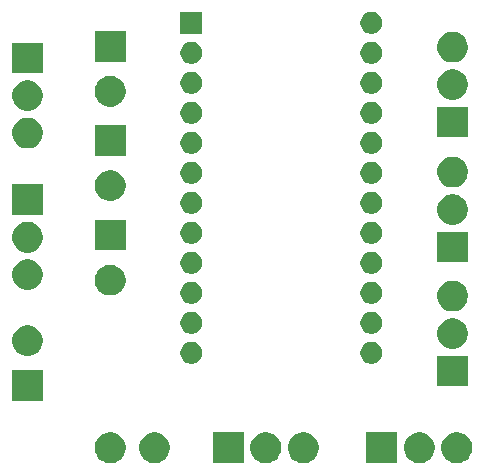
<source format=gts>
G04 #@! TF.GenerationSoftware,KiCad,Pcbnew,(5.1.5-0-10_14)*
G04 #@! TF.CreationDate,2020-03-07T15:10:29+01:00*
G04 #@! TF.ProjectId,pro_micro_shield,70726f5f-6d69-4637-926f-5f736869656c,rev?*
G04 #@! TF.SameCoordinates,Original*
G04 #@! TF.FileFunction,Soldermask,Top*
G04 #@! TF.FilePolarity,Negative*
%FSLAX46Y46*%
G04 Gerber Fmt 4.6, Leading zero omitted, Abs format (unit mm)*
G04 Created by KiCad (PCBNEW (5.1.5-0-10_14)) date 2020-03-07 15:10:29*
%MOMM*%
%LPD*%
G04 APERTURE LIST*
%ADD10C,0.100000*%
G04 APERTURE END LIST*
D10*
G36*
X189729393Y-107749304D02*
G01*
X189966101Y-107847352D01*
X189966103Y-107847353D01*
X190179135Y-107989696D01*
X190360304Y-108170865D01*
X190502647Y-108383897D01*
X190502648Y-108383899D01*
X190600696Y-108620607D01*
X190650680Y-108871893D01*
X190650680Y-109128107D01*
X190600696Y-109379393D01*
X190502648Y-109616101D01*
X190502647Y-109616103D01*
X190360304Y-109829135D01*
X190179135Y-110010304D01*
X189966103Y-110152647D01*
X189966102Y-110152648D01*
X189966101Y-110152648D01*
X189729393Y-110250696D01*
X189478107Y-110300680D01*
X189221893Y-110300680D01*
X188970607Y-110250696D01*
X188733899Y-110152648D01*
X188733898Y-110152648D01*
X188733897Y-110152647D01*
X188520865Y-110010304D01*
X188339696Y-109829135D01*
X188197353Y-109616103D01*
X188197352Y-109616101D01*
X188099304Y-109379393D01*
X188049320Y-109128107D01*
X188049320Y-108871893D01*
X188099304Y-108620607D01*
X188197352Y-108383899D01*
X188197353Y-108383897D01*
X188339696Y-108170865D01*
X188520865Y-107989696D01*
X188733897Y-107847353D01*
X188733899Y-107847352D01*
X188970607Y-107749304D01*
X189221893Y-107699320D01*
X189478107Y-107699320D01*
X189729393Y-107749304D01*
G37*
G36*
X186554393Y-107749304D02*
G01*
X186791101Y-107847352D01*
X186791103Y-107847353D01*
X187004135Y-107989696D01*
X187185304Y-108170865D01*
X187327647Y-108383897D01*
X187327648Y-108383899D01*
X187425696Y-108620607D01*
X187475680Y-108871893D01*
X187475680Y-109128107D01*
X187425696Y-109379393D01*
X187327648Y-109616101D01*
X187327647Y-109616103D01*
X187185304Y-109829135D01*
X187004135Y-110010304D01*
X186791103Y-110152647D01*
X186791102Y-110152648D01*
X186791101Y-110152648D01*
X186554393Y-110250696D01*
X186303107Y-110300680D01*
X186046893Y-110300680D01*
X185795607Y-110250696D01*
X185558899Y-110152648D01*
X185558898Y-110152648D01*
X185558897Y-110152647D01*
X185345865Y-110010304D01*
X185164696Y-109829135D01*
X185022353Y-109616103D01*
X185022352Y-109616101D01*
X184924304Y-109379393D01*
X184874320Y-109128107D01*
X184874320Y-108871893D01*
X184924304Y-108620607D01*
X185022352Y-108383899D01*
X185022353Y-108383897D01*
X185164696Y-108170865D01*
X185345865Y-107989696D01*
X185558897Y-107847353D01*
X185558899Y-107847352D01*
X185795607Y-107749304D01*
X186046893Y-107699320D01*
X186303107Y-107699320D01*
X186554393Y-107749304D01*
G37*
G36*
X184300680Y-110300680D02*
G01*
X181699320Y-110300680D01*
X181699320Y-107699320D01*
X184300680Y-107699320D01*
X184300680Y-110300680D01*
G37*
G36*
X176729393Y-107749304D02*
G01*
X176966101Y-107847352D01*
X176966103Y-107847353D01*
X177179135Y-107989696D01*
X177360304Y-108170865D01*
X177502647Y-108383897D01*
X177502648Y-108383899D01*
X177600696Y-108620607D01*
X177650680Y-108871893D01*
X177650680Y-109128107D01*
X177600696Y-109379393D01*
X177502648Y-109616101D01*
X177502647Y-109616103D01*
X177360304Y-109829135D01*
X177179135Y-110010304D01*
X176966103Y-110152647D01*
X176966102Y-110152648D01*
X176966101Y-110152648D01*
X176729393Y-110250696D01*
X176478107Y-110300680D01*
X176221893Y-110300680D01*
X175970607Y-110250696D01*
X175733899Y-110152648D01*
X175733898Y-110152648D01*
X175733897Y-110152647D01*
X175520865Y-110010304D01*
X175339696Y-109829135D01*
X175197353Y-109616103D01*
X175197352Y-109616101D01*
X175099304Y-109379393D01*
X175049320Y-109128107D01*
X175049320Y-108871893D01*
X175099304Y-108620607D01*
X175197352Y-108383899D01*
X175197353Y-108383897D01*
X175339696Y-108170865D01*
X175520865Y-107989696D01*
X175733897Y-107847353D01*
X175733899Y-107847352D01*
X175970607Y-107749304D01*
X176221893Y-107699320D01*
X176478107Y-107699320D01*
X176729393Y-107749304D01*
G37*
G36*
X173554393Y-107749304D02*
G01*
X173791101Y-107847352D01*
X173791103Y-107847353D01*
X174004135Y-107989696D01*
X174185304Y-108170865D01*
X174327647Y-108383897D01*
X174327648Y-108383899D01*
X174425696Y-108620607D01*
X174475680Y-108871893D01*
X174475680Y-109128107D01*
X174425696Y-109379393D01*
X174327648Y-109616101D01*
X174327647Y-109616103D01*
X174185304Y-109829135D01*
X174004135Y-110010304D01*
X173791103Y-110152647D01*
X173791102Y-110152648D01*
X173791101Y-110152648D01*
X173554393Y-110250696D01*
X173303107Y-110300680D01*
X173046893Y-110300680D01*
X172795607Y-110250696D01*
X172558899Y-110152648D01*
X172558898Y-110152648D01*
X172558897Y-110152647D01*
X172345865Y-110010304D01*
X172164696Y-109829135D01*
X172022353Y-109616103D01*
X172022352Y-109616101D01*
X171924304Y-109379393D01*
X171874320Y-109128107D01*
X171874320Y-108871893D01*
X171924304Y-108620607D01*
X172022352Y-108383899D01*
X172022353Y-108383897D01*
X172164696Y-108170865D01*
X172345865Y-107989696D01*
X172558897Y-107847353D01*
X172558899Y-107847352D01*
X172795607Y-107749304D01*
X173046893Y-107699320D01*
X173303107Y-107699320D01*
X173554393Y-107749304D01*
G37*
G36*
X171300680Y-110300680D02*
G01*
X168699320Y-110300680D01*
X168699320Y-107699320D01*
X171300680Y-107699320D01*
X171300680Y-110300680D01*
G37*
G36*
X164129393Y-107749304D02*
G01*
X164366101Y-107847352D01*
X164366103Y-107847353D01*
X164579135Y-107989696D01*
X164760304Y-108170865D01*
X164902647Y-108383897D01*
X164902648Y-108383899D01*
X165000696Y-108620607D01*
X165050680Y-108871893D01*
X165050680Y-109128107D01*
X165000696Y-109379393D01*
X164902648Y-109616101D01*
X164902647Y-109616103D01*
X164760304Y-109829135D01*
X164579135Y-110010304D01*
X164366103Y-110152647D01*
X164366102Y-110152648D01*
X164366101Y-110152648D01*
X164129393Y-110250696D01*
X163878107Y-110300680D01*
X163621893Y-110300680D01*
X163370607Y-110250696D01*
X163133899Y-110152648D01*
X163133898Y-110152648D01*
X163133897Y-110152647D01*
X162920865Y-110010304D01*
X162739696Y-109829135D01*
X162597353Y-109616103D01*
X162597352Y-109616101D01*
X162499304Y-109379393D01*
X162449320Y-109128107D01*
X162449320Y-108871893D01*
X162499304Y-108620607D01*
X162597352Y-108383899D01*
X162597353Y-108383897D01*
X162739696Y-108170865D01*
X162920865Y-107989696D01*
X163133897Y-107847353D01*
X163133899Y-107847352D01*
X163370607Y-107749304D01*
X163621893Y-107699320D01*
X163878107Y-107699320D01*
X164129393Y-107749304D01*
G37*
G36*
X160379393Y-107749304D02*
G01*
X160616101Y-107847352D01*
X160616103Y-107847353D01*
X160829135Y-107989696D01*
X161010304Y-108170865D01*
X161152647Y-108383897D01*
X161152648Y-108383899D01*
X161250696Y-108620607D01*
X161300680Y-108871893D01*
X161300680Y-109128107D01*
X161250696Y-109379393D01*
X161152648Y-109616101D01*
X161152647Y-109616103D01*
X161010304Y-109829135D01*
X160829135Y-110010304D01*
X160616103Y-110152647D01*
X160616102Y-110152648D01*
X160616101Y-110152648D01*
X160379393Y-110250696D01*
X160128107Y-110300680D01*
X159871893Y-110300680D01*
X159620607Y-110250696D01*
X159383899Y-110152648D01*
X159383898Y-110152648D01*
X159383897Y-110152647D01*
X159170865Y-110010304D01*
X158989696Y-109829135D01*
X158847353Y-109616103D01*
X158847352Y-109616101D01*
X158749304Y-109379393D01*
X158699320Y-109128107D01*
X158699320Y-108871893D01*
X158749304Y-108620607D01*
X158847352Y-108383899D01*
X158847353Y-108383897D01*
X158989696Y-108170865D01*
X159170865Y-107989696D01*
X159383897Y-107847353D01*
X159383899Y-107847352D01*
X159620607Y-107749304D01*
X159871893Y-107699320D01*
X160128107Y-107699320D01*
X160379393Y-107749304D01*
G37*
G36*
X154300680Y-105050680D02*
G01*
X151699320Y-105050680D01*
X151699320Y-102449320D01*
X154300680Y-102449320D01*
X154300680Y-105050680D01*
G37*
G36*
X190300680Y-103800680D02*
G01*
X187699320Y-103800680D01*
X187699320Y-101199320D01*
X190300680Y-101199320D01*
X190300680Y-103800680D01*
G37*
G36*
X182390483Y-100078335D02*
G01*
X182559240Y-100148236D01*
X182711118Y-100249718D01*
X182840282Y-100378882D01*
X182941764Y-100530760D01*
X183011665Y-100699517D01*
X183047300Y-100878668D01*
X183047300Y-101061332D01*
X183011665Y-101240483D01*
X182941764Y-101409240D01*
X182840282Y-101561118D01*
X182711118Y-101690282D01*
X182559240Y-101791764D01*
X182390483Y-101861665D01*
X182211332Y-101897300D01*
X182028668Y-101897300D01*
X181849517Y-101861665D01*
X181680760Y-101791764D01*
X181528882Y-101690282D01*
X181399718Y-101561118D01*
X181298236Y-101409240D01*
X181228335Y-101240483D01*
X181192700Y-101061332D01*
X181192700Y-100878668D01*
X181228335Y-100699517D01*
X181298236Y-100530760D01*
X181399718Y-100378882D01*
X181528882Y-100249718D01*
X181680760Y-100148236D01*
X181849517Y-100078335D01*
X182028668Y-100042700D01*
X182211332Y-100042700D01*
X182390483Y-100078335D01*
G37*
G36*
X167150483Y-100078335D02*
G01*
X167319240Y-100148236D01*
X167471118Y-100249718D01*
X167600282Y-100378882D01*
X167701764Y-100530760D01*
X167771665Y-100699517D01*
X167807300Y-100878668D01*
X167807300Y-101061332D01*
X167771665Y-101240483D01*
X167701764Y-101409240D01*
X167600282Y-101561118D01*
X167471118Y-101690282D01*
X167319240Y-101791764D01*
X167150483Y-101861665D01*
X166971332Y-101897300D01*
X166788668Y-101897300D01*
X166609517Y-101861665D01*
X166440760Y-101791764D01*
X166288882Y-101690282D01*
X166159718Y-101561118D01*
X166058236Y-101409240D01*
X165988335Y-101240483D01*
X165952700Y-101061332D01*
X165952700Y-100878668D01*
X165988335Y-100699517D01*
X166058236Y-100530760D01*
X166159718Y-100378882D01*
X166288882Y-100249718D01*
X166440760Y-100148236D01*
X166609517Y-100078335D01*
X166788668Y-100042700D01*
X166971332Y-100042700D01*
X167150483Y-100078335D01*
G37*
G36*
X153379393Y-98689304D02*
G01*
X153616101Y-98787352D01*
X153616103Y-98787353D01*
X153829135Y-98929696D01*
X154010304Y-99110865D01*
X154152647Y-99323897D01*
X154152648Y-99323899D01*
X154250696Y-99560607D01*
X154300680Y-99811893D01*
X154300680Y-100068107D01*
X154250696Y-100319393D01*
X154152648Y-100556101D01*
X154152647Y-100556103D01*
X154010304Y-100769135D01*
X153829135Y-100950304D01*
X153616103Y-101092647D01*
X153616102Y-101092648D01*
X153616101Y-101092648D01*
X153379393Y-101190696D01*
X153128107Y-101240680D01*
X152871893Y-101240680D01*
X152620607Y-101190696D01*
X152383899Y-101092648D01*
X152383898Y-101092648D01*
X152383897Y-101092647D01*
X152170865Y-100950304D01*
X151989696Y-100769135D01*
X151847353Y-100556103D01*
X151847352Y-100556101D01*
X151749304Y-100319393D01*
X151699320Y-100068107D01*
X151699320Y-99811893D01*
X151749304Y-99560607D01*
X151847352Y-99323899D01*
X151847353Y-99323897D01*
X151989696Y-99110865D01*
X152170865Y-98929696D01*
X152383897Y-98787353D01*
X152383899Y-98787352D01*
X152620607Y-98689304D01*
X152871893Y-98639320D01*
X153128107Y-98639320D01*
X153379393Y-98689304D01*
G37*
G36*
X189379393Y-98074304D02*
G01*
X189616101Y-98172352D01*
X189616103Y-98172353D01*
X189829135Y-98314696D01*
X190010304Y-98495865D01*
X190027320Y-98521332D01*
X190152648Y-98708899D01*
X190250696Y-98945607D01*
X190300680Y-99196893D01*
X190300680Y-99453107D01*
X190250696Y-99704393D01*
X190206167Y-99811894D01*
X190152647Y-99941103D01*
X190010304Y-100154135D01*
X189829135Y-100335304D01*
X189616103Y-100477647D01*
X189616102Y-100477648D01*
X189616101Y-100477648D01*
X189379393Y-100575696D01*
X189128107Y-100625680D01*
X188871893Y-100625680D01*
X188620607Y-100575696D01*
X188383899Y-100477648D01*
X188383898Y-100477648D01*
X188383897Y-100477647D01*
X188170865Y-100335304D01*
X187989696Y-100154135D01*
X187847353Y-99941103D01*
X187793833Y-99811894D01*
X187749304Y-99704393D01*
X187699320Y-99453107D01*
X187699320Y-99196893D01*
X187749304Y-98945607D01*
X187847352Y-98708899D01*
X187972680Y-98521332D01*
X187989696Y-98495865D01*
X188170865Y-98314696D01*
X188383897Y-98172353D01*
X188383899Y-98172352D01*
X188620607Y-98074304D01*
X188871893Y-98024320D01*
X189128107Y-98024320D01*
X189379393Y-98074304D01*
G37*
G36*
X167150483Y-97538335D02*
G01*
X167319240Y-97608236D01*
X167471118Y-97709718D01*
X167600282Y-97838882D01*
X167701764Y-97990760D01*
X167771665Y-98159517D01*
X167807300Y-98338668D01*
X167807300Y-98521332D01*
X167771665Y-98700483D01*
X167701764Y-98869240D01*
X167600282Y-99021118D01*
X167471118Y-99150282D01*
X167319240Y-99251764D01*
X167150483Y-99321665D01*
X166971332Y-99357300D01*
X166788668Y-99357300D01*
X166609517Y-99321665D01*
X166440760Y-99251764D01*
X166288882Y-99150282D01*
X166159718Y-99021118D01*
X166058236Y-98869240D01*
X165988335Y-98700483D01*
X165952700Y-98521332D01*
X165952700Y-98338668D01*
X165988335Y-98159517D01*
X166058236Y-97990760D01*
X166159718Y-97838882D01*
X166288882Y-97709718D01*
X166440760Y-97608236D01*
X166609517Y-97538335D01*
X166788668Y-97502700D01*
X166971332Y-97502700D01*
X167150483Y-97538335D01*
G37*
G36*
X182390483Y-97538335D02*
G01*
X182559240Y-97608236D01*
X182711118Y-97709718D01*
X182840282Y-97838882D01*
X182941764Y-97990760D01*
X183011665Y-98159517D01*
X183047300Y-98338668D01*
X183047300Y-98521332D01*
X183011665Y-98700483D01*
X182941764Y-98869240D01*
X182840282Y-99021118D01*
X182711118Y-99150282D01*
X182559240Y-99251764D01*
X182390483Y-99321665D01*
X182211332Y-99357300D01*
X182028668Y-99357300D01*
X181849517Y-99321665D01*
X181680760Y-99251764D01*
X181528882Y-99150282D01*
X181399718Y-99021118D01*
X181298236Y-98869240D01*
X181228335Y-98700483D01*
X181192700Y-98521332D01*
X181192700Y-98338668D01*
X181228335Y-98159517D01*
X181298236Y-97990760D01*
X181399718Y-97838882D01*
X181528882Y-97709718D01*
X181680760Y-97608236D01*
X181849517Y-97538335D01*
X182028668Y-97502700D01*
X182211332Y-97502700D01*
X182390483Y-97538335D01*
G37*
G36*
X189379393Y-94899304D02*
G01*
X189540659Y-94966103D01*
X189616103Y-94997353D01*
X189829135Y-95139696D01*
X190010304Y-95320865D01*
X190131766Y-95502647D01*
X190152648Y-95533899D01*
X190250696Y-95770607D01*
X190300680Y-96021893D01*
X190300680Y-96278107D01*
X190250696Y-96529393D01*
X190175155Y-96711764D01*
X190152647Y-96766103D01*
X190010304Y-96979135D01*
X189829135Y-97160304D01*
X189616103Y-97302647D01*
X189616102Y-97302648D01*
X189616101Y-97302648D01*
X189379393Y-97400696D01*
X189128107Y-97450680D01*
X188871893Y-97450680D01*
X188620607Y-97400696D01*
X188383899Y-97302648D01*
X188383898Y-97302648D01*
X188383897Y-97302647D01*
X188170865Y-97160304D01*
X187989696Y-96979135D01*
X187847353Y-96766103D01*
X187824845Y-96711764D01*
X187749304Y-96529393D01*
X187699320Y-96278107D01*
X187699320Y-96021893D01*
X187749304Y-95770607D01*
X187847352Y-95533899D01*
X187868234Y-95502647D01*
X187989696Y-95320865D01*
X188170865Y-95139696D01*
X188383897Y-94997353D01*
X188459341Y-94966103D01*
X188620607Y-94899304D01*
X188871893Y-94849320D01*
X189128107Y-94849320D01*
X189379393Y-94899304D01*
G37*
G36*
X167150483Y-94998335D02*
G01*
X167319240Y-95068236D01*
X167471118Y-95169718D01*
X167600282Y-95298882D01*
X167701764Y-95450760D01*
X167771665Y-95619517D01*
X167807300Y-95798668D01*
X167807300Y-95981332D01*
X167771665Y-96160483D01*
X167701764Y-96329240D01*
X167600282Y-96481118D01*
X167471118Y-96610282D01*
X167319240Y-96711764D01*
X167150483Y-96781665D01*
X166971332Y-96817300D01*
X166788668Y-96817300D01*
X166609517Y-96781665D01*
X166440760Y-96711764D01*
X166288882Y-96610282D01*
X166159718Y-96481118D01*
X166058236Y-96329240D01*
X165988335Y-96160483D01*
X165952700Y-95981332D01*
X165952700Y-95798668D01*
X165988335Y-95619517D01*
X166058236Y-95450760D01*
X166159718Y-95298882D01*
X166288882Y-95169718D01*
X166440760Y-95068236D01*
X166609517Y-94998335D01*
X166788668Y-94962700D01*
X166971332Y-94962700D01*
X167150483Y-94998335D01*
G37*
G36*
X182390483Y-94998335D02*
G01*
X182559240Y-95068236D01*
X182711118Y-95169718D01*
X182840282Y-95298882D01*
X182941764Y-95450760D01*
X183011665Y-95619517D01*
X183047300Y-95798668D01*
X183047300Y-95981332D01*
X183011665Y-96160483D01*
X182941764Y-96329240D01*
X182840282Y-96481118D01*
X182711118Y-96610282D01*
X182559240Y-96711764D01*
X182390483Y-96781665D01*
X182211332Y-96817300D01*
X182028668Y-96817300D01*
X181849517Y-96781665D01*
X181680760Y-96711764D01*
X181528882Y-96610282D01*
X181399718Y-96481118D01*
X181298236Y-96329240D01*
X181228335Y-96160483D01*
X181192700Y-95981332D01*
X181192700Y-95798668D01*
X181228335Y-95619517D01*
X181298236Y-95450760D01*
X181399718Y-95298882D01*
X181528882Y-95169718D01*
X181680760Y-95068236D01*
X181849517Y-94998335D01*
X182028668Y-94962700D01*
X182211332Y-94962700D01*
X182390483Y-94998335D01*
G37*
G36*
X160379393Y-93559304D02*
G01*
X160616101Y-93657352D01*
X160616103Y-93657353D01*
X160829135Y-93799696D01*
X161010304Y-93980865D01*
X161137858Y-94171764D01*
X161152648Y-94193899D01*
X161250696Y-94430607D01*
X161300680Y-94681893D01*
X161300680Y-94938107D01*
X161250696Y-95189393D01*
X161205344Y-95298881D01*
X161152647Y-95426103D01*
X161010304Y-95639135D01*
X160829135Y-95820304D01*
X160616103Y-95962647D01*
X160616102Y-95962648D01*
X160616101Y-95962648D01*
X160379393Y-96060696D01*
X160128107Y-96110680D01*
X159871893Y-96110680D01*
X159620607Y-96060696D01*
X159383899Y-95962648D01*
X159383898Y-95962648D01*
X159383897Y-95962647D01*
X159170865Y-95820304D01*
X158989696Y-95639135D01*
X158847353Y-95426103D01*
X158794656Y-95298881D01*
X158749304Y-95189393D01*
X158699320Y-94938107D01*
X158699320Y-94681893D01*
X158749304Y-94430607D01*
X158847352Y-94193899D01*
X158862142Y-94171764D01*
X158989696Y-93980865D01*
X159170865Y-93799696D01*
X159383897Y-93657353D01*
X159383899Y-93657352D01*
X159620607Y-93559304D01*
X159871893Y-93509320D01*
X160128107Y-93509320D01*
X160379393Y-93559304D01*
G37*
G36*
X153379393Y-93099304D02*
G01*
X153616101Y-93197352D01*
X153616103Y-93197353D01*
X153829135Y-93339696D01*
X154010304Y-93520865D01*
X154076866Y-93620483D01*
X154152648Y-93733899D01*
X154250696Y-93970607D01*
X154300680Y-94221893D01*
X154300680Y-94478107D01*
X154250696Y-94729393D01*
X154154057Y-94962700D01*
X154152647Y-94966103D01*
X154010304Y-95179135D01*
X153829135Y-95360304D01*
X153616103Y-95502647D01*
X153616102Y-95502648D01*
X153616101Y-95502648D01*
X153379393Y-95600696D01*
X153128107Y-95650680D01*
X152871893Y-95650680D01*
X152620607Y-95600696D01*
X152383899Y-95502648D01*
X152383898Y-95502648D01*
X152383897Y-95502647D01*
X152170865Y-95360304D01*
X151989696Y-95179135D01*
X151847353Y-94966103D01*
X151845943Y-94962700D01*
X151749304Y-94729393D01*
X151699320Y-94478107D01*
X151699320Y-94221893D01*
X151749304Y-93970607D01*
X151847352Y-93733899D01*
X151923134Y-93620483D01*
X151989696Y-93520865D01*
X152170865Y-93339696D01*
X152383897Y-93197353D01*
X152383899Y-93197352D01*
X152620607Y-93099304D01*
X152871893Y-93049320D01*
X153128107Y-93049320D01*
X153379393Y-93099304D01*
G37*
G36*
X182390483Y-92458335D02*
G01*
X182559240Y-92528236D01*
X182711118Y-92629718D01*
X182840282Y-92758882D01*
X182941764Y-92910760D01*
X183011665Y-93079517D01*
X183047300Y-93258668D01*
X183047300Y-93441332D01*
X183011665Y-93620483D01*
X182941764Y-93789240D01*
X182840282Y-93941118D01*
X182711118Y-94070282D01*
X182559240Y-94171764D01*
X182390483Y-94241665D01*
X182211332Y-94277300D01*
X182028668Y-94277300D01*
X181849517Y-94241665D01*
X181680760Y-94171764D01*
X181528882Y-94070282D01*
X181399718Y-93941118D01*
X181298236Y-93789240D01*
X181228335Y-93620483D01*
X181192700Y-93441332D01*
X181192700Y-93258668D01*
X181228335Y-93079517D01*
X181298236Y-92910760D01*
X181399718Y-92758882D01*
X181528882Y-92629718D01*
X181680760Y-92528236D01*
X181849517Y-92458335D01*
X182028668Y-92422700D01*
X182211332Y-92422700D01*
X182390483Y-92458335D01*
G37*
G36*
X167150483Y-92458335D02*
G01*
X167319240Y-92528236D01*
X167471118Y-92629718D01*
X167600282Y-92758882D01*
X167701764Y-92910760D01*
X167771665Y-93079517D01*
X167807300Y-93258668D01*
X167807300Y-93441332D01*
X167771665Y-93620483D01*
X167701764Y-93789240D01*
X167600282Y-93941118D01*
X167471118Y-94070282D01*
X167319240Y-94171764D01*
X167150483Y-94241665D01*
X166971332Y-94277300D01*
X166788668Y-94277300D01*
X166609517Y-94241665D01*
X166440760Y-94171764D01*
X166288882Y-94070282D01*
X166159718Y-93941118D01*
X166058236Y-93789240D01*
X165988335Y-93620483D01*
X165952700Y-93441332D01*
X165952700Y-93258668D01*
X165988335Y-93079517D01*
X166058236Y-92910760D01*
X166159718Y-92758882D01*
X166288882Y-92629718D01*
X166440760Y-92528236D01*
X166609517Y-92458335D01*
X166788668Y-92422700D01*
X166971332Y-92422700D01*
X167150483Y-92458335D01*
G37*
G36*
X190300680Y-93300680D02*
G01*
X187699320Y-93300680D01*
X187699320Y-90699320D01*
X190300680Y-90699320D01*
X190300680Y-93300680D01*
G37*
G36*
X153379393Y-89924304D02*
G01*
X153533740Y-89988237D01*
X153616103Y-90022353D01*
X153829135Y-90164696D01*
X154010304Y-90345865D01*
X154152647Y-90558897D01*
X154152648Y-90558899D01*
X154250696Y-90795607D01*
X154300680Y-91046893D01*
X154300680Y-91303107D01*
X154250696Y-91554393D01*
X154174933Y-91737300D01*
X154152647Y-91791103D01*
X154010304Y-92004135D01*
X153829135Y-92185304D01*
X153616103Y-92327647D01*
X153616102Y-92327648D01*
X153616101Y-92327648D01*
X153379393Y-92425696D01*
X153128107Y-92475680D01*
X152871893Y-92475680D01*
X152620607Y-92425696D01*
X152383899Y-92327648D01*
X152383898Y-92327648D01*
X152383897Y-92327647D01*
X152170865Y-92185304D01*
X151989696Y-92004135D01*
X151847353Y-91791103D01*
X151825067Y-91737300D01*
X151749304Y-91554393D01*
X151699320Y-91303107D01*
X151699320Y-91046893D01*
X151749304Y-90795607D01*
X151847352Y-90558899D01*
X151847353Y-90558897D01*
X151989696Y-90345865D01*
X152170865Y-90164696D01*
X152383897Y-90022353D01*
X152466260Y-89988237D01*
X152620607Y-89924304D01*
X152871893Y-89874320D01*
X153128107Y-89874320D01*
X153379393Y-89924304D01*
G37*
G36*
X161300680Y-92300680D02*
G01*
X158699320Y-92300680D01*
X158699320Y-89699320D01*
X161300680Y-89699320D01*
X161300680Y-92300680D01*
G37*
G36*
X167150483Y-89918335D02*
G01*
X167319240Y-89988236D01*
X167471118Y-90089718D01*
X167600282Y-90218882D01*
X167701764Y-90370760D01*
X167771665Y-90539517D01*
X167807300Y-90718668D01*
X167807300Y-90901332D01*
X167771665Y-91080483D01*
X167701764Y-91249240D01*
X167600282Y-91401118D01*
X167471118Y-91530282D01*
X167319240Y-91631764D01*
X167150483Y-91701665D01*
X166971332Y-91737300D01*
X166788668Y-91737300D01*
X166609517Y-91701665D01*
X166440760Y-91631764D01*
X166288882Y-91530282D01*
X166159718Y-91401118D01*
X166058236Y-91249240D01*
X165988335Y-91080483D01*
X165952700Y-90901332D01*
X165952700Y-90718668D01*
X165988335Y-90539517D01*
X166058236Y-90370760D01*
X166159718Y-90218882D01*
X166288882Y-90089718D01*
X166440760Y-89988236D01*
X166609517Y-89918335D01*
X166788668Y-89882700D01*
X166971332Y-89882700D01*
X167150483Y-89918335D01*
G37*
G36*
X182390483Y-89918335D02*
G01*
X182559240Y-89988236D01*
X182711118Y-90089718D01*
X182840282Y-90218882D01*
X182941764Y-90370760D01*
X183011665Y-90539517D01*
X183047300Y-90718668D01*
X183047300Y-90901332D01*
X183011665Y-91080483D01*
X182941764Y-91249240D01*
X182840282Y-91401118D01*
X182711118Y-91530282D01*
X182559240Y-91631764D01*
X182390483Y-91701665D01*
X182211332Y-91737300D01*
X182028668Y-91737300D01*
X181849517Y-91701665D01*
X181680760Y-91631764D01*
X181528882Y-91530282D01*
X181399718Y-91401118D01*
X181298236Y-91249240D01*
X181228335Y-91080483D01*
X181192700Y-90901332D01*
X181192700Y-90718668D01*
X181228335Y-90539517D01*
X181298236Y-90370760D01*
X181399718Y-90218882D01*
X181528882Y-90089718D01*
X181680760Y-89988236D01*
X181849517Y-89918335D01*
X182028668Y-89882700D01*
X182211332Y-89882700D01*
X182390483Y-89918335D01*
G37*
G36*
X189379393Y-87574304D02*
G01*
X189535908Y-87639135D01*
X189616103Y-87672353D01*
X189829135Y-87814696D01*
X190010304Y-87995865D01*
X190132449Y-88178669D01*
X190152648Y-88208899D01*
X190250696Y-88445607D01*
X190300680Y-88696893D01*
X190300680Y-88953107D01*
X190250696Y-89204393D01*
X190210812Y-89300680D01*
X190152647Y-89441103D01*
X190010304Y-89654135D01*
X189829135Y-89835304D01*
X189616103Y-89977647D01*
X189616102Y-89977648D01*
X189616101Y-89977648D01*
X189379393Y-90075696D01*
X189128107Y-90125680D01*
X188871893Y-90125680D01*
X188620607Y-90075696D01*
X188383899Y-89977648D01*
X188383898Y-89977648D01*
X188383897Y-89977647D01*
X188170865Y-89835304D01*
X187989696Y-89654135D01*
X187847353Y-89441103D01*
X187789188Y-89300680D01*
X187749304Y-89204393D01*
X187699320Y-88953107D01*
X187699320Y-88696893D01*
X187749304Y-88445607D01*
X187847352Y-88208899D01*
X187867551Y-88178669D01*
X187989696Y-87995865D01*
X188170865Y-87814696D01*
X188383897Y-87672353D01*
X188464092Y-87639135D01*
X188620607Y-87574304D01*
X188871893Y-87524320D01*
X189128107Y-87524320D01*
X189379393Y-87574304D01*
G37*
G36*
X154300680Y-89300680D02*
G01*
X151699320Y-89300680D01*
X151699320Y-86699320D01*
X154300680Y-86699320D01*
X154300680Y-89300680D01*
G37*
G36*
X167150483Y-87378335D02*
G01*
X167319240Y-87448236D01*
X167471118Y-87549718D01*
X167600282Y-87678882D01*
X167701764Y-87830760D01*
X167771665Y-87999517D01*
X167807300Y-88178668D01*
X167807300Y-88361332D01*
X167771665Y-88540483D01*
X167701764Y-88709240D01*
X167600282Y-88861118D01*
X167471118Y-88990282D01*
X167319240Y-89091764D01*
X167150483Y-89161665D01*
X166971332Y-89197300D01*
X166788668Y-89197300D01*
X166609517Y-89161665D01*
X166440760Y-89091764D01*
X166288882Y-88990282D01*
X166159718Y-88861118D01*
X166058236Y-88709240D01*
X165988335Y-88540483D01*
X165952700Y-88361332D01*
X165952700Y-88178668D01*
X165988335Y-87999517D01*
X166058236Y-87830760D01*
X166159718Y-87678882D01*
X166288882Y-87549718D01*
X166440760Y-87448236D01*
X166609517Y-87378335D01*
X166788668Y-87342700D01*
X166971332Y-87342700D01*
X167150483Y-87378335D01*
G37*
G36*
X182390483Y-87378335D02*
G01*
X182559240Y-87448236D01*
X182711118Y-87549718D01*
X182840282Y-87678882D01*
X182941764Y-87830760D01*
X183011665Y-87999517D01*
X183047300Y-88178668D01*
X183047300Y-88361332D01*
X183011665Y-88540483D01*
X182941764Y-88709240D01*
X182840282Y-88861118D01*
X182711118Y-88990282D01*
X182559240Y-89091764D01*
X182390483Y-89161665D01*
X182211332Y-89197300D01*
X182028668Y-89197300D01*
X181849517Y-89161665D01*
X181680760Y-89091764D01*
X181528882Y-88990282D01*
X181399718Y-88861118D01*
X181298236Y-88709240D01*
X181228335Y-88540483D01*
X181192700Y-88361332D01*
X181192700Y-88178668D01*
X181228335Y-87999517D01*
X181298236Y-87830760D01*
X181399718Y-87678882D01*
X181528882Y-87549718D01*
X181680760Y-87448236D01*
X181849517Y-87378335D01*
X182028668Y-87342700D01*
X182211332Y-87342700D01*
X182390483Y-87378335D01*
G37*
G36*
X160379393Y-85559304D02*
G01*
X160570996Y-85638669D01*
X160616103Y-85657353D01*
X160829135Y-85799696D01*
X161010304Y-85980865D01*
X161136172Y-86169241D01*
X161152648Y-86193899D01*
X161250696Y-86430607D01*
X161300680Y-86681893D01*
X161300680Y-86938107D01*
X161250696Y-87189393D01*
X161187194Y-87342700D01*
X161152647Y-87426103D01*
X161010304Y-87639135D01*
X160829135Y-87820304D01*
X160616103Y-87962647D01*
X160616102Y-87962648D01*
X160616101Y-87962648D01*
X160379393Y-88060696D01*
X160128107Y-88110680D01*
X159871893Y-88110680D01*
X159620607Y-88060696D01*
X159383899Y-87962648D01*
X159383898Y-87962648D01*
X159383897Y-87962647D01*
X159170865Y-87820304D01*
X158989696Y-87639135D01*
X158847353Y-87426103D01*
X158812806Y-87342700D01*
X158749304Y-87189393D01*
X158699320Y-86938107D01*
X158699320Y-86681893D01*
X158749304Y-86430607D01*
X158847352Y-86193899D01*
X158863828Y-86169241D01*
X158989696Y-85980865D01*
X159170865Y-85799696D01*
X159383897Y-85657353D01*
X159429004Y-85638669D01*
X159620607Y-85559304D01*
X159871893Y-85509320D01*
X160128107Y-85509320D01*
X160379393Y-85559304D01*
G37*
G36*
X189379393Y-84399304D02*
G01*
X189616101Y-84497352D01*
X189616103Y-84497353D01*
X189829135Y-84639696D01*
X190010304Y-84820865D01*
X190152647Y-85033897D01*
X190152648Y-85033899D01*
X190250696Y-85270607D01*
X190300680Y-85521893D01*
X190300680Y-85778107D01*
X190250696Y-86029393D01*
X190192769Y-86169240D01*
X190152647Y-86266103D01*
X190010304Y-86479135D01*
X189829135Y-86660304D01*
X189616103Y-86802647D01*
X189616102Y-86802648D01*
X189616101Y-86802648D01*
X189379393Y-86900696D01*
X189128107Y-86950680D01*
X188871893Y-86950680D01*
X188620607Y-86900696D01*
X188383899Y-86802648D01*
X188383898Y-86802648D01*
X188383897Y-86802647D01*
X188170865Y-86660304D01*
X187989696Y-86479135D01*
X187847353Y-86266103D01*
X187807231Y-86169240D01*
X187749304Y-86029393D01*
X187699320Y-85778107D01*
X187699320Y-85521893D01*
X187749304Y-85270607D01*
X187847352Y-85033899D01*
X187847353Y-85033897D01*
X187989696Y-84820865D01*
X188170865Y-84639696D01*
X188383897Y-84497353D01*
X188383899Y-84497352D01*
X188620607Y-84399304D01*
X188871893Y-84349320D01*
X189128107Y-84349320D01*
X189379393Y-84399304D01*
G37*
G36*
X182390483Y-84838335D02*
G01*
X182559240Y-84908236D01*
X182711118Y-85009718D01*
X182840282Y-85138882D01*
X182941764Y-85290760D01*
X183011665Y-85459517D01*
X183047300Y-85638668D01*
X183047300Y-85821332D01*
X183011665Y-86000483D01*
X182941764Y-86169240D01*
X182840282Y-86321118D01*
X182711118Y-86450282D01*
X182559240Y-86551764D01*
X182390483Y-86621665D01*
X182211332Y-86657300D01*
X182028668Y-86657300D01*
X181849517Y-86621665D01*
X181680760Y-86551764D01*
X181528882Y-86450282D01*
X181399718Y-86321118D01*
X181298236Y-86169240D01*
X181228335Y-86000483D01*
X181192700Y-85821332D01*
X181192700Y-85638668D01*
X181228335Y-85459517D01*
X181298236Y-85290760D01*
X181399718Y-85138882D01*
X181528882Y-85009718D01*
X181680760Y-84908236D01*
X181849517Y-84838335D01*
X182028668Y-84802700D01*
X182211332Y-84802700D01*
X182390483Y-84838335D01*
G37*
G36*
X167150483Y-84838335D02*
G01*
X167319240Y-84908236D01*
X167471118Y-85009718D01*
X167600282Y-85138882D01*
X167701764Y-85290760D01*
X167771665Y-85459517D01*
X167807300Y-85638668D01*
X167807300Y-85821332D01*
X167771665Y-86000483D01*
X167701764Y-86169240D01*
X167600282Y-86321118D01*
X167471118Y-86450282D01*
X167319240Y-86551764D01*
X167150483Y-86621665D01*
X166971332Y-86657300D01*
X166788668Y-86657300D01*
X166609517Y-86621665D01*
X166440760Y-86551764D01*
X166288882Y-86450282D01*
X166159718Y-86321118D01*
X166058236Y-86169240D01*
X165988335Y-86000483D01*
X165952700Y-85821332D01*
X165952700Y-85638668D01*
X165988335Y-85459517D01*
X166058236Y-85290760D01*
X166159718Y-85138882D01*
X166288882Y-85009718D01*
X166440760Y-84908236D01*
X166609517Y-84838335D01*
X166788668Y-84802700D01*
X166971332Y-84802700D01*
X167150483Y-84838335D01*
G37*
G36*
X161300680Y-84300680D02*
G01*
X158699320Y-84300680D01*
X158699320Y-81699320D01*
X161300680Y-81699320D01*
X161300680Y-84300680D01*
G37*
G36*
X182390483Y-82298335D02*
G01*
X182559240Y-82368236D01*
X182711118Y-82469718D01*
X182840282Y-82598882D01*
X182941764Y-82750760D01*
X183011665Y-82919517D01*
X183047300Y-83098668D01*
X183047300Y-83281332D01*
X183011665Y-83460483D01*
X182941764Y-83629240D01*
X182840282Y-83781118D01*
X182711118Y-83910282D01*
X182559240Y-84011764D01*
X182390483Y-84081665D01*
X182211332Y-84117300D01*
X182028668Y-84117300D01*
X181849517Y-84081665D01*
X181680760Y-84011764D01*
X181528882Y-83910282D01*
X181399718Y-83781118D01*
X181298236Y-83629240D01*
X181228335Y-83460483D01*
X181192700Y-83281332D01*
X181192700Y-83098668D01*
X181228335Y-82919517D01*
X181298236Y-82750760D01*
X181399718Y-82598882D01*
X181528882Y-82469718D01*
X181680760Y-82368236D01*
X181849517Y-82298335D01*
X182028668Y-82262700D01*
X182211332Y-82262700D01*
X182390483Y-82298335D01*
G37*
G36*
X167150483Y-82298335D02*
G01*
X167319240Y-82368236D01*
X167471118Y-82469718D01*
X167600282Y-82598882D01*
X167701764Y-82750760D01*
X167771665Y-82919517D01*
X167807300Y-83098668D01*
X167807300Y-83281332D01*
X167771665Y-83460483D01*
X167701764Y-83629240D01*
X167600282Y-83781118D01*
X167471118Y-83910282D01*
X167319240Y-84011764D01*
X167150483Y-84081665D01*
X166971332Y-84117300D01*
X166788668Y-84117300D01*
X166609517Y-84081665D01*
X166440760Y-84011764D01*
X166288882Y-83910282D01*
X166159718Y-83781118D01*
X166058236Y-83629240D01*
X165988335Y-83460483D01*
X165952700Y-83281332D01*
X165952700Y-83098668D01*
X165988335Y-82919517D01*
X166058236Y-82750760D01*
X166159718Y-82598882D01*
X166288882Y-82469718D01*
X166440760Y-82368236D01*
X166609517Y-82298335D01*
X166788668Y-82262700D01*
X166971332Y-82262700D01*
X167150483Y-82298335D01*
G37*
G36*
X153379393Y-81099304D02*
G01*
X153616101Y-81197352D01*
X153616103Y-81197353D01*
X153829135Y-81339696D01*
X154010304Y-81520865D01*
X154129543Y-81699320D01*
X154152648Y-81733899D01*
X154250696Y-81970607D01*
X154300680Y-82221893D01*
X154300680Y-82478107D01*
X154250696Y-82729393D01*
X154241845Y-82750760D01*
X154152647Y-82966103D01*
X154010304Y-83179135D01*
X153829135Y-83360304D01*
X153616103Y-83502647D01*
X153616102Y-83502648D01*
X153616101Y-83502648D01*
X153379393Y-83600696D01*
X153128107Y-83650680D01*
X152871893Y-83650680D01*
X152620607Y-83600696D01*
X152383899Y-83502648D01*
X152383898Y-83502648D01*
X152383897Y-83502647D01*
X152170865Y-83360304D01*
X151989696Y-83179135D01*
X151847353Y-82966103D01*
X151758155Y-82750760D01*
X151749304Y-82729393D01*
X151699320Y-82478107D01*
X151699320Y-82221893D01*
X151749304Y-81970607D01*
X151847352Y-81733899D01*
X151870457Y-81699320D01*
X151989696Y-81520865D01*
X152170865Y-81339696D01*
X152383897Y-81197353D01*
X152383899Y-81197352D01*
X152620607Y-81099304D01*
X152871893Y-81049320D01*
X153128107Y-81049320D01*
X153379393Y-81099304D01*
G37*
G36*
X190300680Y-82725680D02*
G01*
X187699320Y-82725680D01*
X187699320Y-80124320D01*
X190300680Y-80124320D01*
X190300680Y-82725680D01*
G37*
G36*
X182390483Y-79758335D02*
G01*
X182559240Y-79828236D01*
X182711118Y-79929718D01*
X182840282Y-80058882D01*
X182941764Y-80210760D01*
X183011665Y-80379517D01*
X183047300Y-80558668D01*
X183047300Y-80741332D01*
X183011665Y-80920483D01*
X182941764Y-81089240D01*
X182840282Y-81241118D01*
X182711118Y-81370282D01*
X182559240Y-81471764D01*
X182390483Y-81541665D01*
X182211332Y-81577300D01*
X182028668Y-81577300D01*
X181849517Y-81541665D01*
X181680760Y-81471764D01*
X181528882Y-81370282D01*
X181399718Y-81241118D01*
X181298236Y-81089240D01*
X181228335Y-80920483D01*
X181192700Y-80741332D01*
X181192700Y-80558668D01*
X181228335Y-80379517D01*
X181298236Y-80210760D01*
X181399718Y-80058882D01*
X181528882Y-79929718D01*
X181680760Y-79828236D01*
X181849517Y-79758335D01*
X182028668Y-79722700D01*
X182211332Y-79722700D01*
X182390483Y-79758335D01*
G37*
G36*
X167150483Y-79758335D02*
G01*
X167319240Y-79828236D01*
X167471118Y-79929718D01*
X167600282Y-80058882D01*
X167701764Y-80210760D01*
X167771665Y-80379517D01*
X167807300Y-80558668D01*
X167807300Y-80741332D01*
X167771665Y-80920483D01*
X167701764Y-81089240D01*
X167600282Y-81241118D01*
X167471118Y-81370282D01*
X167319240Y-81471764D01*
X167150483Y-81541665D01*
X166971332Y-81577300D01*
X166788668Y-81577300D01*
X166609517Y-81541665D01*
X166440760Y-81471764D01*
X166288882Y-81370282D01*
X166159718Y-81241118D01*
X166058236Y-81089240D01*
X165988335Y-80920483D01*
X165952700Y-80741332D01*
X165952700Y-80558668D01*
X165988335Y-80379517D01*
X166058236Y-80210760D01*
X166159718Y-80058882D01*
X166288882Y-79929718D01*
X166440760Y-79828236D01*
X166609517Y-79758335D01*
X166788668Y-79722700D01*
X166971332Y-79722700D01*
X167150483Y-79758335D01*
G37*
G36*
X153379393Y-77924304D02*
G01*
X153607207Y-78018668D01*
X153616103Y-78022353D01*
X153829135Y-78164696D01*
X154010304Y-78345865D01*
X154146194Y-78549240D01*
X154152648Y-78558899D01*
X154250696Y-78795607D01*
X154300680Y-79046893D01*
X154300680Y-79303107D01*
X154250696Y-79554393D01*
X154166220Y-79758335D01*
X154152647Y-79791103D01*
X154010304Y-80004135D01*
X153829135Y-80185304D01*
X153616103Y-80327647D01*
X153616102Y-80327648D01*
X153616101Y-80327648D01*
X153379393Y-80425696D01*
X153128107Y-80475680D01*
X152871893Y-80475680D01*
X152620607Y-80425696D01*
X152383899Y-80327648D01*
X152383898Y-80327648D01*
X152383897Y-80327647D01*
X152170865Y-80185304D01*
X151989696Y-80004135D01*
X151847353Y-79791103D01*
X151833780Y-79758335D01*
X151749304Y-79554393D01*
X151699320Y-79303107D01*
X151699320Y-79046893D01*
X151749304Y-78795607D01*
X151847352Y-78558899D01*
X151853806Y-78549240D01*
X151989696Y-78345865D01*
X152170865Y-78164696D01*
X152383897Y-78022353D01*
X152392793Y-78018668D01*
X152620607Y-77924304D01*
X152871893Y-77874320D01*
X153128107Y-77874320D01*
X153379393Y-77924304D01*
G37*
G36*
X160379393Y-77559304D02*
G01*
X160616101Y-77657352D01*
X160616103Y-77657353D01*
X160829135Y-77799696D01*
X161010304Y-77980865D01*
X161152647Y-78193897D01*
X161152648Y-78193899D01*
X161250696Y-78430607D01*
X161300680Y-78681893D01*
X161300680Y-78938107D01*
X161250696Y-79189393D01*
X161152648Y-79426101D01*
X161152647Y-79426103D01*
X161010304Y-79639135D01*
X160829135Y-79820304D01*
X160616103Y-79962647D01*
X160616102Y-79962648D01*
X160616101Y-79962648D01*
X160379393Y-80060696D01*
X160128107Y-80110680D01*
X159871893Y-80110680D01*
X159620607Y-80060696D01*
X159383899Y-79962648D01*
X159383898Y-79962648D01*
X159383897Y-79962647D01*
X159170865Y-79820304D01*
X158989696Y-79639135D01*
X158847353Y-79426103D01*
X158847352Y-79426101D01*
X158749304Y-79189393D01*
X158699320Y-78938107D01*
X158699320Y-78681893D01*
X158749304Y-78430607D01*
X158847352Y-78193899D01*
X158847353Y-78193897D01*
X158989696Y-77980865D01*
X159170865Y-77799696D01*
X159383897Y-77657353D01*
X159383899Y-77657352D01*
X159620607Y-77559304D01*
X159871893Y-77509320D01*
X160128107Y-77509320D01*
X160379393Y-77559304D01*
G37*
G36*
X189379393Y-76999304D02*
G01*
X189616101Y-77097352D01*
X189616103Y-77097353D01*
X189829135Y-77239696D01*
X190010304Y-77420865D01*
X190102806Y-77559305D01*
X190152648Y-77633899D01*
X190250696Y-77870607D01*
X190300680Y-78121893D01*
X190300680Y-78378107D01*
X190250696Y-78629393D01*
X190167485Y-78830281D01*
X190152647Y-78866103D01*
X190010304Y-79079135D01*
X189829135Y-79260304D01*
X189616103Y-79402647D01*
X189616102Y-79402648D01*
X189616101Y-79402648D01*
X189379393Y-79500696D01*
X189128107Y-79550680D01*
X188871893Y-79550680D01*
X188620607Y-79500696D01*
X188383899Y-79402648D01*
X188383898Y-79402648D01*
X188383897Y-79402647D01*
X188170865Y-79260304D01*
X187989696Y-79079135D01*
X187847353Y-78866103D01*
X187832515Y-78830281D01*
X187749304Y-78629393D01*
X187699320Y-78378107D01*
X187699320Y-78121893D01*
X187749304Y-77870607D01*
X187847352Y-77633899D01*
X187897194Y-77559305D01*
X187989696Y-77420865D01*
X188170865Y-77239696D01*
X188383897Y-77097353D01*
X188383899Y-77097352D01*
X188620607Y-76999304D01*
X188871893Y-76949320D01*
X189128107Y-76949320D01*
X189379393Y-76999304D01*
G37*
G36*
X167150483Y-77218335D02*
G01*
X167319240Y-77288236D01*
X167471118Y-77389718D01*
X167600282Y-77518882D01*
X167701764Y-77670760D01*
X167771665Y-77839517D01*
X167807300Y-78018668D01*
X167807300Y-78201332D01*
X167771665Y-78380483D01*
X167701764Y-78549240D01*
X167600282Y-78701118D01*
X167471118Y-78830282D01*
X167319240Y-78931764D01*
X167150483Y-79001665D01*
X166971332Y-79037300D01*
X166788668Y-79037300D01*
X166609517Y-79001665D01*
X166440760Y-78931764D01*
X166288882Y-78830282D01*
X166159718Y-78701118D01*
X166058236Y-78549240D01*
X165988335Y-78380483D01*
X165952700Y-78201332D01*
X165952700Y-78018668D01*
X165988335Y-77839517D01*
X166058236Y-77670760D01*
X166159718Y-77518882D01*
X166288882Y-77389718D01*
X166440760Y-77288236D01*
X166609517Y-77218335D01*
X166788668Y-77182700D01*
X166971332Y-77182700D01*
X167150483Y-77218335D01*
G37*
G36*
X182390483Y-77218335D02*
G01*
X182559240Y-77288236D01*
X182711118Y-77389718D01*
X182840282Y-77518882D01*
X182941764Y-77670760D01*
X183011665Y-77839517D01*
X183047300Y-78018668D01*
X183047300Y-78201332D01*
X183011665Y-78380483D01*
X182941764Y-78549240D01*
X182840282Y-78701118D01*
X182711118Y-78830282D01*
X182559240Y-78931764D01*
X182390483Y-79001665D01*
X182211332Y-79037300D01*
X182028668Y-79037300D01*
X181849517Y-79001665D01*
X181680760Y-78931764D01*
X181528882Y-78830282D01*
X181399718Y-78701118D01*
X181298236Y-78549240D01*
X181228335Y-78380483D01*
X181192700Y-78201332D01*
X181192700Y-78018668D01*
X181228335Y-77839517D01*
X181298236Y-77670760D01*
X181399718Y-77518882D01*
X181528882Y-77389718D01*
X181680760Y-77288236D01*
X181849517Y-77218335D01*
X182028668Y-77182700D01*
X182211332Y-77182700D01*
X182390483Y-77218335D01*
G37*
G36*
X154300680Y-77300680D02*
G01*
X151699320Y-77300680D01*
X151699320Y-74699320D01*
X154300680Y-74699320D01*
X154300680Y-77300680D01*
G37*
G36*
X182390483Y-74678335D02*
G01*
X182559240Y-74748236D01*
X182711118Y-74849718D01*
X182840282Y-74978882D01*
X182941764Y-75130760D01*
X183011665Y-75299517D01*
X183047300Y-75478668D01*
X183047300Y-75661332D01*
X183011665Y-75840483D01*
X182941764Y-76009240D01*
X182840282Y-76161118D01*
X182711118Y-76290282D01*
X182559240Y-76391764D01*
X182390483Y-76461665D01*
X182211332Y-76497300D01*
X182028668Y-76497300D01*
X181849517Y-76461665D01*
X181680760Y-76391764D01*
X181528882Y-76290282D01*
X181399718Y-76161118D01*
X181298236Y-76009240D01*
X181228335Y-75840483D01*
X181192700Y-75661332D01*
X181192700Y-75478668D01*
X181228335Y-75299517D01*
X181298236Y-75130760D01*
X181399718Y-74978882D01*
X181528882Y-74849718D01*
X181680760Y-74748236D01*
X181849517Y-74678335D01*
X182028668Y-74642700D01*
X182211332Y-74642700D01*
X182390483Y-74678335D01*
G37*
G36*
X167150483Y-74678335D02*
G01*
X167319240Y-74748236D01*
X167471118Y-74849718D01*
X167600282Y-74978882D01*
X167701764Y-75130760D01*
X167771665Y-75299517D01*
X167807300Y-75478668D01*
X167807300Y-75661332D01*
X167771665Y-75840483D01*
X167701764Y-76009240D01*
X167600282Y-76161118D01*
X167471118Y-76290282D01*
X167319240Y-76391764D01*
X167150483Y-76461665D01*
X166971332Y-76497300D01*
X166788668Y-76497300D01*
X166609517Y-76461665D01*
X166440760Y-76391764D01*
X166288882Y-76290282D01*
X166159718Y-76161118D01*
X166058236Y-76009240D01*
X165988335Y-75840483D01*
X165952700Y-75661332D01*
X165952700Y-75478668D01*
X165988335Y-75299517D01*
X166058236Y-75130760D01*
X166159718Y-74978882D01*
X166288882Y-74849718D01*
X166440760Y-74748236D01*
X166609517Y-74678335D01*
X166788668Y-74642700D01*
X166971332Y-74642700D01*
X167150483Y-74678335D01*
G37*
G36*
X189379393Y-73824304D02*
G01*
X189614442Y-73921665D01*
X189616103Y-73922353D01*
X189829135Y-74064696D01*
X190010304Y-74245865D01*
X190152647Y-74458897D01*
X190152648Y-74458899D01*
X190250696Y-74695607D01*
X190300680Y-74946893D01*
X190300680Y-75203107D01*
X190250696Y-75454393D01*
X190164979Y-75661331D01*
X190152647Y-75691103D01*
X190010304Y-75904135D01*
X189829135Y-76085304D01*
X189616103Y-76227647D01*
X189616102Y-76227648D01*
X189616101Y-76227648D01*
X189379393Y-76325696D01*
X189128107Y-76375680D01*
X188871893Y-76375680D01*
X188620607Y-76325696D01*
X188383899Y-76227648D01*
X188383898Y-76227648D01*
X188383897Y-76227647D01*
X188170865Y-76085304D01*
X187989696Y-75904135D01*
X187847353Y-75691103D01*
X187835021Y-75661331D01*
X187749304Y-75454393D01*
X187699320Y-75203107D01*
X187699320Y-74946893D01*
X187749304Y-74695607D01*
X187847352Y-74458899D01*
X187847353Y-74458897D01*
X187989696Y-74245865D01*
X188170865Y-74064696D01*
X188383897Y-73922353D01*
X188385558Y-73921665D01*
X188620607Y-73824304D01*
X188871893Y-73774320D01*
X189128107Y-73774320D01*
X189379393Y-73824304D01*
G37*
G36*
X161300680Y-76300680D02*
G01*
X158699320Y-76300680D01*
X158699320Y-73699320D01*
X161300680Y-73699320D01*
X161300680Y-76300680D01*
G37*
G36*
X167807300Y-73957300D02*
G01*
X165952700Y-73957300D01*
X165952700Y-72102700D01*
X167807300Y-72102700D01*
X167807300Y-73957300D01*
G37*
G36*
X182390483Y-72138335D02*
G01*
X182559240Y-72208236D01*
X182711118Y-72309718D01*
X182840282Y-72438882D01*
X182941764Y-72590760D01*
X183011665Y-72759517D01*
X183047300Y-72938668D01*
X183047300Y-73121332D01*
X183011665Y-73300483D01*
X182941764Y-73469240D01*
X182840282Y-73621118D01*
X182711118Y-73750282D01*
X182559240Y-73851764D01*
X182390483Y-73921665D01*
X182211332Y-73957300D01*
X182028668Y-73957300D01*
X181849517Y-73921665D01*
X181680760Y-73851764D01*
X181528882Y-73750282D01*
X181399718Y-73621118D01*
X181298236Y-73469240D01*
X181228335Y-73300483D01*
X181192700Y-73121332D01*
X181192700Y-72938668D01*
X181228335Y-72759517D01*
X181298236Y-72590760D01*
X181399718Y-72438882D01*
X181528882Y-72309718D01*
X181680760Y-72208236D01*
X181849517Y-72138335D01*
X182028668Y-72102700D01*
X182211332Y-72102700D01*
X182390483Y-72138335D01*
G37*
M02*

</source>
